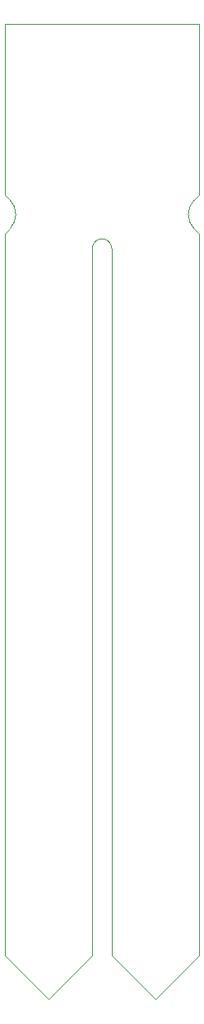
<source format=gko>
%FSLAX46Y46*%
%MOMM*%
%ADD10C,0.010000*%
G01*
G01*
%LPD*%
D10*
X-10000000Y-2000000D02*
X-9500001Y-1500000D01*
D10*
X-9500001Y1500000D02*
X-10000000Y2000000D01*
D10*
X-10000000Y2000000D02*
X-10000000Y19500000D01*
D10*
X-10000000Y19500000D02*
X10000000Y19500000D01*
D10*
X10000000Y19500000D02*
X10000000Y2000000D01*
D10*
X10000000Y2000000D02*
X9500000Y1500000D01*
D10*
X9500000Y-1500000D02*
X10000000Y-2000000D01*
D10*
X10000000Y-2000000D02*
X10000000Y-76000000D01*
D10*
X10000000Y-76000000D02*
X5500000Y-80500000D01*
D10*
X5500000Y-80500000D02*
X1000000Y-76000000D01*
D10*
X1000000Y-76000000D02*
X1000000Y-3499999D01*
D10*
X0Y-2499999D02*
X0Y-2499999D01*
D10*
X-1000000Y-3499999D02*
X-1000000Y-76000000D01*
D10*
X-1000000Y-76000000D02*
X-5500000Y-80500000D01*
D10*
X-5500000Y-80500000D02*
X-10000000Y-76000000D01*
D10*
X-10000000Y-76000000D02*
X-10000000Y-2000000D01*
G75*
G03*
D10*
X-9500001Y-1500000D02*
X-9500001Y1500000I-1499999J1500000D01*
G03*
D10*
X9500000Y1500000D02*
X9500000Y-1500000I1500000J-1500000D01*
G03*
D10*
X1000000Y-3499999D02*
X0Y-2499999I-1000000J0D01*
G03*
D10*
X0Y-2499999D02*
X-1000000Y-3499999I0J-1000000D01*
M02*

</source>
